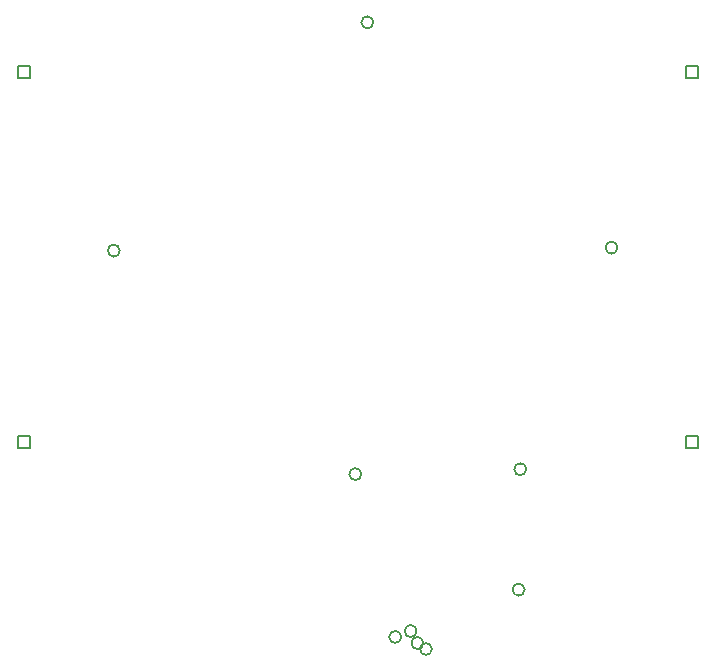
<source format=gbr>
%TF.GenerationSoftware,Altium Limited,Altium Designer,21.8.1 (53)*%
G04 Layer_Color=2752767*
%FSLAX45Y45*%
%MOMM*%
%TF.SameCoordinates,9CAB6441-B9E9-44DD-A1F1-36E89FF17874*%
%TF.FilePolarity,Positive*%
%TF.FileFunction,Drawing*%
%TF.Part,Single*%
G01*
G75*
%TA.AperFunction,NonConductor*%
%ADD25C,0.12700*%
%ADD26C,0.16933*%
D25*
X-50800Y-49800D02*
Y51800D01*
X50800D01*
Y-49800D01*
X-50800D01*
Y3088900D02*
Y3190500D01*
X50800D01*
Y3088900D01*
X-50800D01*
X5605700Y-49800D02*
Y51800D01*
X5707300D01*
Y-49800D01*
X5605700D01*
Y3088900D02*
Y3190500D01*
X5707300D01*
Y3088900D01*
X5605700D01*
D26*
X3195108Y-1647290D02*
G03*
X3195108Y-1647290I-50800J0D01*
G01*
X812461Y1623578D02*
G03*
X812461Y1623578I-50800J0D01*
G01*
X2959586Y3555992D02*
G03*
X2959586Y3555992I-50800J0D01*
G01*
X5026760Y1647949D02*
G03*
X5026760Y1647949I-50800J0D01*
G01*
X4254074Y-227336D02*
G03*
X4254074Y-227336I-50800J0D01*
G01*
X4240087Y-1246508D02*
G03*
X4240087Y-1246508I-50800J0D01*
G01*
X3455705Y-1749158D02*
G03*
X3455705Y-1749158I-50800J0D01*
G01*
X3325922Y-1597604D02*
G03*
X3325922Y-1597604I-50800J0D01*
G01*
X3383231Y-1698654D02*
G03*
X3383231Y-1698654I-50800J0D01*
G01*
X2857793Y-268867D02*
G03*
X2857793Y-268867I-50800J0D01*
G01*
%TF.MD5,a93fe62aef155e6fb3ace815dc4cfcb3*%
M02*

</source>
